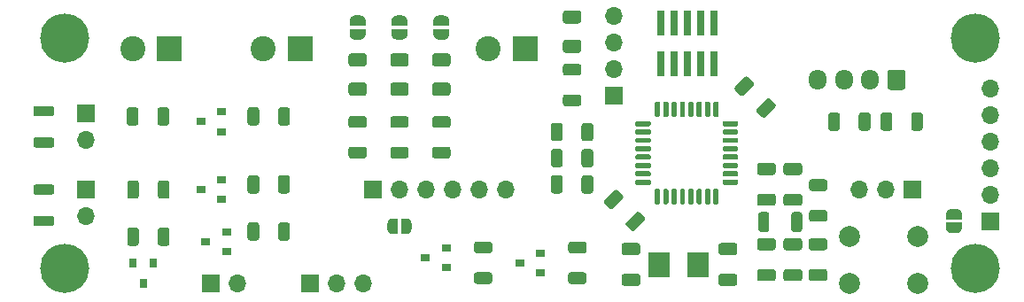
<source format=gbr>
G04 #@! TF.GenerationSoftware,KiCad,Pcbnew,5.1.10-88a1d61d58~90~ubuntu21.04.1*
G04 #@! TF.CreationDate,2021-09-07T11:54:35+02:00*
G04 #@! TF.ProjectId,DccDecoder,44636344-6563-46f6-9465-722e6b696361,rev?*
G04 #@! TF.SameCoordinates,Original*
G04 #@! TF.FileFunction,Soldermask,Top*
G04 #@! TF.FilePolarity,Negative*
%FSLAX46Y46*%
G04 Gerber Fmt 4.6, Leading zero omitted, Abs format (unit mm)*
G04 Created by KiCad (PCBNEW 5.1.10-88a1d61d58~90~ubuntu21.04.1) date 2021-09-07 11:54:35*
%MOMM*%
%LPD*%
G01*
G04 APERTURE LIST*
%ADD10R,0.900000X0.800000*%
%ADD11C,0.100000*%
%ADD12O,1.700000X1.700000*%
%ADD13R,1.700000X1.700000*%
%ADD14R,0.800000X0.900000*%
%ADD15C,4.700000*%
%ADD16R,2.000000X2.400000*%
%ADD17C,2.000000*%
%ADD18R,0.740000X2.400000*%
%ADD19R,2.400000X2.400000*%
%ADD20C,2.400000*%
%ADD21O,1.700000X1.950000*%
G04 APERTURE END LIST*
G36*
G01*
X84905000Y-58046000D02*
X83655000Y-58046000D01*
G75*
G02*
X83530000Y-57921000I0J125000D01*
G01*
X83530000Y-57671000D01*
G75*
G02*
X83655000Y-57546000I125000J0D01*
G01*
X84905000Y-57546000D01*
G75*
G02*
X85030000Y-57671000I0J-125000D01*
G01*
X85030000Y-57921000D01*
G75*
G02*
X84905000Y-58046000I-125000J0D01*
G01*
G37*
G36*
G01*
X84905000Y-57246000D02*
X83655000Y-57246000D01*
G75*
G02*
X83530000Y-57121000I0J125000D01*
G01*
X83530000Y-56871000D01*
G75*
G02*
X83655000Y-56746000I125000J0D01*
G01*
X84905000Y-56746000D01*
G75*
G02*
X85030000Y-56871000I0J-125000D01*
G01*
X85030000Y-57121000D01*
G75*
G02*
X84905000Y-57246000I-125000J0D01*
G01*
G37*
G36*
G01*
X84905000Y-56446000D02*
X83655000Y-56446000D01*
G75*
G02*
X83530000Y-56321000I0J125000D01*
G01*
X83530000Y-56071000D01*
G75*
G02*
X83655000Y-55946000I125000J0D01*
G01*
X84905000Y-55946000D01*
G75*
G02*
X85030000Y-56071000I0J-125000D01*
G01*
X85030000Y-56321000D01*
G75*
G02*
X84905000Y-56446000I-125000J0D01*
G01*
G37*
G36*
G01*
X84905000Y-55646000D02*
X83655000Y-55646000D01*
G75*
G02*
X83530000Y-55521000I0J125000D01*
G01*
X83530000Y-55271000D01*
G75*
G02*
X83655000Y-55146000I125000J0D01*
G01*
X84905000Y-55146000D01*
G75*
G02*
X85030000Y-55271000I0J-125000D01*
G01*
X85030000Y-55521000D01*
G75*
G02*
X84905000Y-55646000I-125000J0D01*
G01*
G37*
G36*
G01*
X84905000Y-54846000D02*
X83655000Y-54846000D01*
G75*
G02*
X83530000Y-54721000I0J125000D01*
G01*
X83530000Y-54471000D01*
G75*
G02*
X83655000Y-54346000I125000J0D01*
G01*
X84905000Y-54346000D01*
G75*
G02*
X85030000Y-54471000I0J-125000D01*
G01*
X85030000Y-54721000D01*
G75*
G02*
X84905000Y-54846000I-125000J0D01*
G01*
G37*
G36*
G01*
X84905000Y-54046000D02*
X83655000Y-54046000D01*
G75*
G02*
X83530000Y-53921000I0J125000D01*
G01*
X83530000Y-53671000D01*
G75*
G02*
X83655000Y-53546000I125000J0D01*
G01*
X84905000Y-53546000D01*
G75*
G02*
X85030000Y-53671000I0J-125000D01*
G01*
X85030000Y-53921000D01*
G75*
G02*
X84905000Y-54046000I-125000J0D01*
G01*
G37*
G36*
G01*
X84905000Y-53246000D02*
X83655000Y-53246000D01*
G75*
G02*
X83530000Y-53121000I0J125000D01*
G01*
X83530000Y-52871000D01*
G75*
G02*
X83655000Y-52746000I125000J0D01*
G01*
X84905000Y-52746000D01*
G75*
G02*
X85030000Y-52871000I0J-125000D01*
G01*
X85030000Y-53121000D01*
G75*
G02*
X84905000Y-53246000I-125000J0D01*
G01*
G37*
G36*
G01*
X84905000Y-52446000D02*
X83655000Y-52446000D01*
G75*
G02*
X83530000Y-52321000I0J125000D01*
G01*
X83530000Y-52071000D01*
G75*
G02*
X83655000Y-51946000I125000J0D01*
G01*
X84905000Y-51946000D01*
G75*
G02*
X85030000Y-52071000I0J-125000D01*
G01*
X85030000Y-52321000D01*
G75*
G02*
X84905000Y-52446000I-125000J0D01*
G01*
G37*
G36*
G01*
X85780000Y-51571000D02*
X85530000Y-51571000D01*
G75*
G02*
X85405000Y-51446000I0J125000D01*
G01*
X85405000Y-50196000D01*
G75*
G02*
X85530000Y-50071000I125000J0D01*
G01*
X85780000Y-50071000D01*
G75*
G02*
X85905000Y-50196000I0J-125000D01*
G01*
X85905000Y-51446000D01*
G75*
G02*
X85780000Y-51571000I-125000J0D01*
G01*
G37*
G36*
G01*
X86580000Y-51571000D02*
X86330000Y-51571000D01*
G75*
G02*
X86205000Y-51446000I0J125000D01*
G01*
X86205000Y-50196000D01*
G75*
G02*
X86330000Y-50071000I125000J0D01*
G01*
X86580000Y-50071000D01*
G75*
G02*
X86705000Y-50196000I0J-125000D01*
G01*
X86705000Y-51446000D01*
G75*
G02*
X86580000Y-51571000I-125000J0D01*
G01*
G37*
G36*
G01*
X87380000Y-51571000D02*
X87130000Y-51571000D01*
G75*
G02*
X87005000Y-51446000I0J125000D01*
G01*
X87005000Y-50196000D01*
G75*
G02*
X87130000Y-50071000I125000J0D01*
G01*
X87380000Y-50071000D01*
G75*
G02*
X87505000Y-50196000I0J-125000D01*
G01*
X87505000Y-51446000D01*
G75*
G02*
X87380000Y-51571000I-125000J0D01*
G01*
G37*
G36*
G01*
X88180000Y-51571000D02*
X87930000Y-51571000D01*
G75*
G02*
X87805000Y-51446000I0J125000D01*
G01*
X87805000Y-50196000D01*
G75*
G02*
X87930000Y-50071000I125000J0D01*
G01*
X88180000Y-50071000D01*
G75*
G02*
X88305000Y-50196000I0J-125000D01*
G01*
X88305000Y-51446000D01*
G75*
G02*
X88180000Y-51571000I-125000J0D01*
G01*
G37*
G36*
G01*
X88980000Y-51571000D02*
X88730000Y-51571000D01*
G75*
G02*
X88605000Y-51446000I0J125000D01*
G01*
X88605000Y-50196000D01*
G75*
G02*
X88730000Y-50071000I125000J0D01*
G01*
X88980000Y-50071000D01*
G75*
G02*
X89105000Y-50196000I0J-125000D01*
G01*
X89105000Y-51446000D01*
G75*
G02*
X88980000Y-51571000I-125000J0D01*
G01*
G37*
G36*
G01*
X89780000Y-51571000D02*
X89530000Y-51571000D01*
G75*
G02*
X89405000Y-51446000I0J125000D01*
G01*
X89405000Y-50196000D01*
G75*
G02*
X89530000Y-50071000I125000J0D01*
G01*
X89780000Y-50071000D01*
G75*
G02*
X89905000Y-50196000I0J-125000D01*
G01*
X89905000Y-51446000D01*
G75*
G02*
X89780000Y-51571000I-125000J0D01*
G01*
G37*
G36*
G01*
X90580000Y-51571000D02*
X90330000Y-51571000D01*
G75*
G02*
X90205000Y-51446000I0J125000D01*
G01*
X90205000Y-50196000D01*
G75*
G02*
X90330000Y-50071000I125000J0D01*
G01*
X90580000Y-50071000D01*
G75*
G02*
X90705000Y-50196000I0J-125000D01*
G01*
X90705000Y-51446000D01*
G75*
G02*
X90580000Y-51571000I-125000J0D01*
G01*
G37*
G36*
G01*
X91380000Y-51571000D02*
X91130000Y-51571000D01*
G75*
G02*
X91005000Y-51446000I0J125000D01*
G01*
X91005000Y-50196000D01*
G75*
G02*
X91130000Y-50071000I125000J0D01*
G01*
X91380000Y-50071000D01*
G75*
G02*
X91505000Y-50196000I0J-125000D01*
G01*
X91505000Y-51446000D01*
G75*
G02*
X91380000Y-51571000I-125000J0D01*
G01*
G37*
G36*
G01*
X93255000Y-52446000D02*
X92005000Y-52446000D01*
G75*
G02*
X91880000Y-52321000I0J125000D01*
G01*
X91880000Y-52071000D01*
G75*
G02*
X92005000Y-51946000I125000J0D01*
G01*
X93255000Y-51946000D01*
G75*
G02*
X93380000Y-52071000I0J-125000D01*
G01*
X93380000Y-52321000D01*
G75*
G02*
X93255000Y-52446000I-125000J0D01*
G01*
G37*
G36*
G01*
X93255000Y-53246000D02*
X92005000Y-53246000D01*
G75*
G02*
X91880000Y-53121000I0J125000D01*
G01*
X91880000Y-52871000D01*
G75*
G02*
X92005000Y-52746000I125000J0D01*
G01*
X93255000Y-52746000D01*
G75*
G02*
X93380000Y-52871000I0J-125000D01*
G01*
X93380000Y-53121000D01*
G75*
G02*
X93255000Y-53246000I-125000J0D01*
G01*
G37*
G36*
G01*
X93255000Y-54046000D02*
X92005000Y-54046000D01*
G75*
G02*
X91880000Y-53921000I0J125000D01*
G01*
X91880000Y-53671000D01*
G75*
G02*
X92005000Y-53546000I125000J0D01*
G01*
X93255000Y-53546000D01*
G75*
G02*
X93380000Y-53671000I0J-125000D01*
G01*
X93380000Y-53921000D01*
G75*
G02*
X93255000Y-54046000I-125000J0D01*
G01*
G37*
G36*
G01*
X93255000Y-54846000D02*
X92005000Y-54846000D01*
G75*
G02*
X91880000Y-54721000I0J125000D01*
G01*
X91880000Y-54471000D01*
G75*
G02*
X92005000Y-54346000I125000J0D01*
G01*
X93255000Y-54346000D01*
G75*
G02*
X93380000Y-54471000I0J-125000D01*
G01*
X93380000Y-54721000D01*
G75*
G02*
X93255000Y-54846000I-125000J0D01*
G01*
G37*
G36*
G01*
X93255000Y-55646000D02*
X92005000Y-55646000D01*
G75*
G02*
X91880000Y-55521000I0J125000D01*
G01*
X91880000Y-55271000D01*
G75*
G02*
X92005000Y-55146000I125000J0D01*
G01*
X93255000Y-55146000D01*
G75*
G02*
X93380000Y-55271000I0J-125000D01*
G01*
X93380000Y-55521000D01*
G75*
G02*
X93255000Y-55646000I-125000J0D01*
G01*
G37*
G36*
G01*
X93255000Y-56446000D02*
X92005000Y-56446000D01*
G75*
G02*
X91880000Y-56321000I0J125000D01*
G01*
X91880000Y-56071000D01*
G75*
G02*
X92005000Y-55946000I125000J0D01*
G01*
X93255000Y-55946000D01*
G75*
G02*
X93380000Y-56071000I0J-125000D01*
G01*
X93380000Y-56321000D01*
G75*
G02*
X93255000Y-56446000I-125000J0D01*
G01*
G37*
G36*
G01*
X93255000Y-57246000D02*
X92005000Y-57246000D01*
G75*
G02*
X91880000Y-57121000I0J125000D01*
G01*
X91880000Y-56871000D01*
G75*
G02*
X92005000Y-56746000I125000J0D01*
G01*
X93255000Y-56746000D01*
G75*
G02*
X93380000Y-56871000I0J-125000D01*
G01*
X93380000Y-57121000D01*
G75*
G02*
X93255000Y-57246000I-125000J0D01*
G01*
G37*
G36*
G01*
X93255000Y-58046000D02*
X92005000Y-58046000D01*
G75*
G02*
X91880000Y-57921000I0J125000D01*
G01*
X91880000Y-57671000D01*
G75*
G02*
X92005000Y-57546000I125000J0D01*
G01*
X93255000Y-57546000D01*
G75*
G02*
X93380000Y-57671000I0J-125000D01*
G01*
X93380000Y-57921000D01*
G75*
G02*
X93255000Y-58046000I-125000J0D01*
G01*
G37*
G36*
G01*
X91380000Y-59921000D02*
X91130000Y-59921000D01*
G75*
G02*
X91005000Y-59796000I0J125000D01*
G01*
X91005000Y-58546000D01*
G75*
G02*
X91130000Y-58421000I125000J0D01*
G01*
X91380000Y-58421000D01*
G75*
G02*
X91505000Y-58546000I0J-125000D01*
G01*
X91505000Y-59796000D01*
G75*
G02*
X91380000Y-59921000I-125000J0D01*
G01*
G37*
G36*
G01*
X90580000Y-59921000D02*
X90330000Y-59921000D01*
G75*
G02*
X90205000Y-59796000I0J125000D01*
G01*
X90205000Y-58546000D01*
G75*
G02*
X90330000Y-58421000I125000J0D01*
G01*
X90580000Y-58421000D01*
G75*
G02*
X90705000Y-58546000I0J-125000D01*
G01*
X90705000Y-59796000D01*
G75*
G02*
X90580000Y-59921000I-125000J0D01*
G01*
G37*
G36*
G01*
X89780000Y-59921000D02*
X89530000Y-59921000D01*
G75*
G02*
X89405000Y-59796000I0J125000D01*
G01*
X89405000Y-58546000D01*
G75*
G02*
X89530000Y-58421000I125000J0D01*
G01*
X89780000Y-58421000D01*
G75*
G02*
X89905000Y-58546000I0J-125000D01*
G01*
X89905000Y-59796000D01*
G75*
G02*
X89780000Y-59921000I-125000J0D01*
G01*
G37*
G36*
G01*
X88980000Y-59921000D02*
X88730000Y-59921000D01*
G75*
G02*
X88605000Y-59796000I0J125000D01*
G01*
X88605000Y-58546000D01*
G75*
G02*
X88730000Y-58421000I125000J0D01*
G01*
X88980000Y-58421000D01*
G75*
G02*
X89105000Y-58546000I0J-125000D01*
G01*
X89105000Y-59796000D01*
G75*
G02*
X88980000Y-59921000I-125000J0D01*
G01*
G37*
G36*
G01*
X88180000Y-59921000D02*
X87930000Y-59921000D01*
G75*
G02*
X87805000Y-59796000I0J125000D01*
G01*
X87805000Y-58546000D01*
G75*
G02*
X87930000Y-58421000I125000J0D01*
G01*
X88180000Y-58421000D01*
G75*
G02*
X88305000Y-58546000I0J-125000D01*
G01*
X88305000Y-59796000D01*
G75*
G02*
X88180000Y-59921000I-125000J0D01*
G01*
G37*
G36*
G01*
X87380000Y-59921000D02*
X87130000Y-59921000D01*
G75*
G02*
X87005000Y-59796000I0J125000D01*
G01*
X87005000Y-58546000D01*
G75*
G02*
X87130000Y-58421000I125000J0D01*
G01*
X87380000Y-58421000D01*
G75*
G02*
X87505000Y-58546000I0J-125000D01*
G01*
X87505000Y-59796000D01*
G75*
G02*
X87380000Y-59921000I-125000J0D01*
G01*
G37*
G36*
G01*
X86580000Y-59921000D02*
X86330000Y-59921000D01*
G75*
G02*
X86205000Y-59796000I0J125000D01*
G01*
X86205000Y-58546000D01*
G75*
G02*
X86330000Y-58421000I125000J0D01*
G01*
X86580000Y-58421000D01*
G75*
G02*
X86705000Y-58546000I0J-125000D01*
G01*
X86705000Y-59796000D01*
G75*
G02*
X86580000Y-59921000I-125000J0D01*
G01*
G37*
G36*
G01*
X85780000Y-59921000D02*
X85530000Y-59921000D01*
G75*
G02*
X85405000Y-59796000I0J125000D01*
G01*
X85405000Y-58546000D01*
G75*
G02*
X85530000Y-58421000I125000J0D01*
G01*
X85780000Y-58421000D01*
G75*
G02*
X85905000Y-58546000I0J-125000D01*
G01*
X85905000Y-59796000D01*
G75*
G02*
X85780000Y-59921000I-125000J0D01*
G01*
G37*
G36*
G01*
X77374999Y-66400000D02*
X78625001Y-66400000D01*
G75*
G02*
X78875000Y-66649999I0J-249999D01*
G01*
X78875000Y-67275001D01*
G75*
G02*
X78625001Y-67525000I-249999J0D01*
G01*
X77374999Y-67525000D01*
G75*
G02*
X77125000Y-67275001I0J249999D01*
G01*
X77125000Y-66649999D01*
G75*
G02*
X77374999Y-66400000I249999J0D01*
G01*
G37*
G36*
G01*
X77374999Y-63475000D02*
X78625001Y-63475000D01*
G75*
G02*
X78875000Y-63724999I0J-249999D01*
G01*
X78875000Y-64350001D01*
G75*
G02*
X78625001Y-64600000I-249999J0D01*
G01*
X77374999Y-64600000D01*
G75*
G02*
X77125000Y-64350001I0J249999D01*
G01*
X77125000Y-63724999D01*
G75*
G02*
X77374999Y-63475000I249999J0D01*
G01*
G37*
G36*
G01*
X69625001Y-64600000D02*
X68374999Y-64600000D01*
G75*
G02*
X68125000Y-64350001I0J249999D01*
G01*
X68125000Y-63724999D01*
G75*
G02*
X68374999Y-63475000I249999J0D01*
G01*
X69625001Y-63475000D01*
G75*
G02*
X69875000Y-63724999I0J-249999D01*
G01*
X69875000Y-64350001D01*
G75*
G02*
X69625001Y-64600000I-249999J0D01*
G01*
G37*
G36*
G01*
X69625001Y-67525000D02*
X68374999Y-67525000D01*
G75*
G02*
X68125000Y-67275001I0J249999D01*
G01*
X68125000Y-66649999D01*
G75*
G02*
X68374999Y-66400000I249999J0D01*
G01*
X69625001Y-66400000D01*
G75*
G02*
X69875000Y-66649999I0J-249999D01*
G01*
X69875000Y-67275001D01*
G75*
G02*
X69625001Y-67525000I-249999J0D01*
G01*
G37*
D10*
X72500000Y-65500000D03*
X74500000Y-64550000D03*
X74500000Y-66450000D03*
X63500000Y-65000000D03*
X65500000Y-64050000D03*
X65500000Y-65950000D03*
D11*
G36*
X60350000Y-62749398D02*
G01*
X60325466Y-62749398D01*
X60276635Y-62744588D01*
X60228510Y-62735016D01*
X60181555Y-62720772D01*
X60136222Y-62701995D01*
X60092949Y-62678864D01*
X60052150Y-62651604D01*
X60014221Y-62620476D01*
X59979524Y-62585779D01*
X59948396Y-62547850D01*
X59921136Y-62507051D01*
X59898005Y-62463778D01*
X59879228Y-62418445D01*
X59864984Y-62371490D01*
X59855412Y-62323365D01*
X59850602Y-62274534D01*
X59850602Y-62250000D01*
X59850000Y-62250000D01*
X59850000Y-61750000D01*
X59850602Y-61750000D01*
X59850602Y-61725466D01*
X59855412Y-61676635D01*
X59864984Y-61628510D01*
X59879228Y-61581555D01*
X59898005Y-61536222D01*
X59921136Y-61492949D01*
X59948396Y-61452150D01*
X59979524Y-61414221D01*
X60014221Y-61379524D01*
X60052150Y-61348396D01*
X60092949Y-61321136D01*
X60136222Y-61298005D01*
X60181555Y-61279228D01*
X60228510Y-61264984D01*
X60276635Y-61255412D01*
X60325466Y-61250602D01*
X60350000Y-61250602D01*
X60350000Y-61250000D01*
X60850000Y-61250000D01*
X60850000Y-62750000D01*
X60350000Y-62750000D01*
X60350000Y-62749398D01*
G37*
G36*
X61150000Y-61250000D02*
G01*
X61650000Y-61250000D01*
X61650000Y-61250602D01*
X61674534Y-61250602D01*
X61723365Y-61255412D01*
X61771490Y-61264984D01*
X61818445Y-61279228D01*
X61863778Y-61298005D01*
X61907051Y-61321136D01*
X61947850Y-61348396D01*
X61985779Y-61379524D01*
X62020476Y-61414221D01*
X62051604Y-61452150D01*
X62078864Y-61492949D01*
X62101995Y-61536222D01*
X62120772Y-61581555D01*
X62135016Y-61628510D01*
X62144588Y-61676635D01*
X62149398Y-61725466D01*
X62149398Y-61750000D01*
X62150000Y-61750000D01*
X62150000Y-62250000D01*
X62149398Y-62250000D01*
X62149398Y-62274534D01*
X62144588Y-62323365D01*
X62135016Y-62371490D01*
X62120772Y-62418445D01*
X62101995Y-62463778D01*
X62078864Y-62507051D01*
X62051604Y-62547850D01*
X62020476Y-62585779D01*
X61985779Y-62620476D01*
X61947850Y-62651604D01*
X61907051Y-62678864D01*
X61863778Y-62701995D01*
X61818445Y-62720772D01*
X61771490Y-62735016D01*
X61723365Y-62744588D01*
X61674534Y-62749398D01*
X61650000Y-62749398D01*
X61650000Y-62750000D01*
X61150000Y-62750000D01*
X61150000Y-61250000D01*
G37*
G36*
G01*
X76874999Y-49400000D02*
X78125001Y-49400000D01*
G75*
G02*
X78375000Y-49649999I0J-249999D01*
G01*
X78375000Y-50275001D01*
G75*
G02*
X78125001Y-50525000I-249999J0D01*
G01*
X76874999Y-50525000D01*
G75*
G02*
X76625000Y-50275001I0J249999D01*
G01*
X76625000Y-49649999D01*
G75*
G02*
X76874999Y-49400000I249999J0D01*
G01*
G37*
G36*
G01*
X76874999Y-46475000D02*
X78125001Y-46475000D01*
G75*
G02*
X78375000Y-46724999I0J-249999D01*
G01*
X78375000Y-47350001D01*
G75*
G02*
X78125001Y-47600000I-249999J0D01*
G01*
X76874999Y-47600000D01*
G75*
G02*
X76625000Y-47350001I0J249999D01*
G01*
X76625000Y-46724999D01*
G75*
G02*
X76874999Y-46475000I249999J0D01*
G01*
G37*
G36*
G01*
X78125000Y-42625000D02*
X76875000Y-42625000D01*
G75*
G02*
X76625000Y-42375000I0J250000D01*
G01*
X76625000Y-41625000D01*
G75*
G02*
X76875000Y-41375000I250000J0D01*
G01*
X78125000Y-41375000D01*
G75*
G02*
X78375000Y-41625000I0J-250000D01*
G01*
X78375000Y-42375000D01*
G75*
G02*
X78125000Y-42625000I-250000J0D01*
G01*
G37*
G36*
G01*
X78125000Y-45425000D02*
X76875000Y-45425000D01*
G75*
G02*
X76625000Y-45175000I0J250000D01*
G01*
X76625000Y-44425000D01*
G75*
G02*
X76875000Y-44175000I250000J0D01*
G01*
X78125000Y-44175000D01*
G75*
G02*
X78375000Y-44425000I0J-250000D01*
G01*
X78375000Y-45175000D01*
G75*
G02*
X78125000Y-45425000I-250000J0D01*
G01*
G37*
G36*
G01*
X78400000Y-53625001D02*
X78400000Y-52374999D01*
G75*
G02*
X78649999Y-52125000I249999J0D01*
G01*
X79275001Y-52125000D01*
G75*
G02*
X79525000Y-52374999I0J-249999D01*
G01*
X79525000Y-53625001D01*
G75*
G02*
X79275001Y-53875000I-249999J0D01*
G01*
X78649999Y-53875000D01*
G75*
G02*
X78400000Y-53625001I0J249999D01*
G01*
G37*
G36*
G01*
X75475000Y-53625001D02*
X75475000Y-52374999D01*
G75*
G02*
X75724999Y-52125000I249999J0D01*
G01*
X76350001Y-52125000D01*
G75*
G02*
X76600000Y-52374999I0J-249999D01*
G01*
X76600000Y-53625001D01*
G75*
G02*
X76350001Y-53875000I-249999J0D01*
G01*
X75724999Y-53875000D01*
G75*
G02*
X75475000Y-53625001I0J249999D01*
G01*
G37*
D12*
X81500000Y-41880000D03*
X81500000Y-44420000D03*
X81500000Y-46960000D03*
D13*
X81500000Y-49500000D03*
G36*
G01*
X78400000Y-56125001D02*
X78400000Y-54874999D01*
G75*
G02*
X78649999Y-54625000I249999J0D01*
G01*
X79275001Y-54625000D01*
G75*
G02*
X79525000Y-54874999I0J-249999D01*
G01*
X79525000Y-56125001D01*
G75*
G02*
X79275001Y-56375000I-249999J0D01*
G01*
X78649999Y-56375000D01*
G75*
G02*
X78400000Y-56125001I0J249999D01*
G01*
G37*
G36*
G01*
X75475000Y-56125001D02*
X75475000Y-54874999D01*
G75*
G02*
X75724999Y-54625000I249999J0D01*
G01*
X76350001Y-54625000D01*
G75*
G02*
X76600000Y-54874999I0J-249999D01*
G01*
X76600000Y-56125001D01*
G75*
G02*
X76350001Y-56375000I-249999J0D01*
G01*
X75724999Y-56375000D01*
G75*
G02*
X75475000Y-56125001I0J249999D01*
G01*
G37*
D14*
X36500000Y-67500000D03*
X35550000Y-65500000D03*
X37450000Y-65500000D03*
G36*
G01*
X47600000Y-61874999D02*
X47600000Y-63125001D01*
G75*
G02*
X47350001Y-63375000I-249999J0D01*
G01*
X46724999Y-63375000D01*
G75*
G02*
X46475000Y-63125001I0J249999D01*
G01*
X46475000Y-61874999D01*
G75*
G02*
X46724999Y-61625000I249999J0D01*
G01*
X47350001Y-61625000D01*
G75*
G02*
X47600000Y-61874999I0J-249999D01*
G01*
G37*
G36*
G01*
X50525000Y-61874999D02*
X50525000Y-63125001D01*
G75*
G02*
X50275001Y-63375000I-249999J0D01*
G01*
X49649999Y-63375000D01*
G75*
G02*
X49400000Y-63125001I0J249999D01*
G01*
X49400000Y-61874999D01*
G75*
G02*
X49649999Y-61625000I249999J0D01*
G01*
X50275001Y-61625000D01*
G75*
G02*
X50525000Y-61874999I0J-249999D01*
G01*
G37*
G36*
G01*
X36100000Y-62374999D02*
X36100000Y-63625001D01*
G75*
G02*
X35850001Y-63875000I-249999J0D01*
G01*
X35224999Y-63875000D01*
G75*
G02*
X34975000Y-63625001I0J249999D01*
G01*
X34975000Y-62374999D01*
G75*
G02*
X35224999Y-62125000I249999J0D01*
G01*
X35850001Y-62125000D01*
G75*
G02*
X36100000Y-62374999I0J-249999D01*
G01*
G37*
G36*
G01*
X39025000Y-62374999D02*
X39025000Y-63625001D01*
G75*
G02*
X38775001Y-63875000I-249999J0D01*
G01*
X38149999Y-63875000D01*
G75*
G02*
X37900000Y-63625001I0J249999D01*
G01*
X37900000Y-62374999D01*
G75*
G02*
X38149999Y-62125000I249999J0D01*
G01*
X38775001Y-62125000D01*
G75*
G02*
X39025000Y-62374999I0J-249999D01*
G01*
G37*
D10*
X42500000Y-63500000D03*
X44500000Y-62550000D03*
X44500000Y-64450000D03*
D12*
X45540000Y-67500000D03*
D13*
X43000000Y-67500000D03*
D12*
X57540000Y-67500000D03*
X55000000Y-67500000D03*
D13*
X52460000Y-67500000D03*
G36*
G01*
X47600000Y-57374999D02*
X47600000Y-58625001D01*
G75*
G02*
X47350001Y-58875000I-249999J0D01*
G01*
X46724999Y-58875000D01*
G75*
G02*
X46475000Y-58625001I0J249999D01*
G01*
X46475000Y-57374999D01*
G75*
G02*
X46724999Y-57125000I249999J0D01*
G01*
X47350001Y-57125000D01*
G75*
G02*
X47600000Y-57374999I0J-249999D01*
G01*
G37*
G36*
G01*
X50525000Y-57374999D02*
X50525000Y-58625001D01*
G75*
G02*
X50275001Y-58875000I-249999J0D01*
G01*
X49649999Y-58875000D01*
G75*
G02*
X49400000Y-58625001I0J249999D01*
G01*
X49400000Y-57374999D01*
G75*
G02*
X49649999Y-57125000I249999J0D01*
G01*
X50275001Y-57125000D01*
G75*
G02*
X50525000Y-57374999I0J-249999D01*
G01*
G37*
G36*
G01*
X37900000Y-59125001D02*
X37900000Y-57874999D01*
G75*
G02*
X38149999Y-57625000I249999J0D01*
G01*
X38775001Y-57625000D01*
G75*
G02*
X39025000Y-57874999I0J-249999D01*
G01*
X39025000Y-59125001D01*
G75*
G02*
X38775001Y-59375000I-249999J0D01*
G01*
X38149999Y-59375000D01*
G75*
G02*
X37900000Y-59125001I0J249999D01*
G01*
G37*
G36*
G01*
X34975000Y-59125001D02*
X34975000Y-57874999D01*
G75*
G02*
X35224999Y-57625000I249999J0D01*
G01*
X35850001Y-57625000D01*
G75*
G02*
X36100000Y-57874999I0J-249999D01*
G01*
X36100000Y-59125001D01*
G75*
G02*
X35850001Y-59375000I-249999J0D01*
G01*
X35224999Y-59375000D01*
G75*
G02*
X34975000Y-59125001I0J249999D01*
G01*
G37*
D10*
X42000000Y-58500000D03*
X44000000Y-57550000D03*
X44000000Y-59450000D03*
D12*
X31000000Y-61040000D03*
D13*
X31000000Y-58500000D03*
G36*
G01*
X27750000Y-62000000D02*
X26250000Y-62000000D01*
G75*
G02*
X26000000Y-61750000I0J250000D01*
G01*
X26000000Y-61250000D01*
G75*
G02*
X26250000Y-61000000I250000J0D01*
G01*
X27750000Y-61000000D01*
G75*
G02*
X28000000Y-61250000I0J-250000D01*
G01*
X28000000Y-61750000D01*
G75*
G02*
X27750000Y-62000000I-250000J0D01*
G01*
G37*
G36*
G01*
X27750000Y-59000000D02*
X26250000Y-59000000D01*
G75*
G02*
X26000000Y-58750000I0J250000D01*
G01*
X26000000Y-58250000D01*
G75*
G02*
X26250000Y-58000000I250000J0D01*
G01*
X27750000Y-58000000D01*
G75*
G02*
X28000000Y-58250000I0J-250000D01*
G01*
X28000000Y-58750000D01*
G75*
G02*
X27750000Y-59000000I-250000J0D01*
G01*
G37*
G36*
G01*
X37862500Y-52125001D02*
X37862500Y-50874999D01*
G75*
G02*
X38112499Y-50625000I249999J0D01*
G01*
X38737501Y-50625000D01*
G75*
G02*
X38987500Y-50874999I0J-249999D01*
G01*
X38987500Y-52125001D01*
G75*
G02*
X38737501Y-52375000I-249999J0D01*
G01*
X38112499Y-52375000D01*
G75*
G02*
X37862500Y-52125001I0J249999D01*
G01*
G37*
G36*
G01*
X34937500Y-52125001D02*
X34937500Y-50874999D01*
G75*
G02*
X35187499Y-50625000I249999J0D01*
G01*
X35812501Y-50625000D01*
G75*
G02*
X36062500Y-50874999I0J-249999D01*
G01*
X36062500Y-52125001D01*
G75*
G02*
X35812501Y-52375000I-249999J0D01*
G01*
X35187499Y-52375000D01*
G75*
G02*
X34937500Y-52125001I0J249999D01*
G01*
G37*
D12*
X30995000Y-53755000D03*
D13*
X30995000Y-51215000D03*
G36*
G01*
X27750000Y-54500000D02*
X26250000Y-54500000D01*
G75*
G02*
X26000000Y-54250000I0J250000D01*
G01*
X26000000Y-53750000D01*
G75*
G02*
X26250000Y-53500000I250000J0D01*
G01*
X27750000Y-53500000D01*
G75*
G02*
X28000000Y-53750000I0J-250000D01*
G01*
X28000000Y-54250000D01*
G75*
G02*
X27750000Y-54500000I-250000J0D01*
G01*
G37*
G36*
G01*
X27750000Y-51500000D02*
X26250000Y-51500000D01*
G75*
G02*
X26000000Y-51250000I0J250000D01*
G01*
X26000000Y-50750000D01*
G75*
G02*
X26250000Y-50500000I250000J0D01*
G01*
X27750000Y-50500000D01*
G75*
G02*
X28000000Y-50750000I0J-250000D01*
G01*
X28000000Y-51250000D01*
G75*
G02*
X27750000Y-51500000I-250000J0D01*
G01*
G37*
G36*
G01*
X47600000Y-50874999D02*
X47600000Y-52125001D01*
G75*
G02*
X47350001Y-52375000I-249999J0D01*
G01*
X46724999Y-52375000D01*
G75*
G02*
X46475000Y-52125001I0J249999D01*
G01*
X46475000Y-50874999D01*
G75*
G02*
X46724999Y-50625000I249999J0D01*
G01*
X47350001Y-50625000D01*
G75*
G02*
X47600000Y-50874999I0J-249999D01*
G01*
G37*
G36*
G01*
X50525000Y-50874999D02*
X50525000Y-52125001D01*
G75*
G02*
X50275001Y-52375000I-249999J0D01*
G01*
X49649999Y-52375000D01*
G75*
G02*
X49400000Y-52125001I0J249999D01*
G01*
X49400000Y-50874999D01*
G75*
G02*
X49649999Y-50625000I249999J0D01*
G01*
X50275001Y-50625000D01*
G75*
G02*
X50525000Y-50874999I0J-249999D01*
G01*
G37*
G36*
G01*
X106025000Y-51374999D02*
X106025000Y-52625001D01*
G75*
G02*
X105775001Y-52875000I-249999J0D01*
G01*
X105149999Y-52875000D01*
G75*
G02*
X104900000Y-52625001I0J249999D01*
G01*
X104900000Y-51374999D01*
G75*
G02*
X105149999Y-51125000I249999J0D01*
G01*
X105775001Y-51125000D01*
G75*
G02*
X106025000Y-51374999I0J-249999D01*
G01*
G37*
G36*
G01*
X103100000Y-51374999D02*
X103100000Y-52625001D01*
G75*
G02*
X102850001Y-52875000I-249999J0D01*
G01*
X102224999Y-52875000D01*
G75*
G02*
X101975000Y-52625001I0J249999D01*
G01*
X101975000Y-51374999D01*
G75*
G02*
X102224999Y-51125000I249999J0D01*
G01*
X102850001Y-51125000D01*
G75*
G02*
X103100000Y-51374999I0J-249999D01*
G01*
G37*
G36*
G01*
X106975000Y-52625001D02*
X106975000Y-51374999D01*
G75*
G02*
X107224999Y-51125000I249999J0D01*
G01*
X107850001Y-51125000D01*
G75*
G02*
X108100000Y-51374999I0J-249999D01*
G01*
X108100000Y-52625001D01*
G75*
G02*
X107850001Y-52875000I-249999J0D01*
G01*
X107224999Y-52875000D01*
G75*
G02*
X106975000Y-52625001I0J249999D01*
G01*
G37*
G36*
G01*
X109900000Y-52625001D02*
X109900000Y-51374999D01*
G75*
G02*
X110149999Y-51125000I249999J0D01*
G01*
X110775001Y-51125000D01*
G75*
G02*
X111025000Y-51374999I0J-249999D01*
G01*
X111025000Y-52625001D01*
G75*
G02*
X110775001Y-52875000I-249999J0D01*
G01*
X110149999Y-52875000D01*
G75*
G02*
X109900000Y-52625001I0J249999D01*
G01*
G37*
D10*
X42000000Y-52000000D03*
X44000000Y-51050000D03*
X44000000Y-52950000D03*
D13*
X110000000Y-58500000D03*
D12*
X107460000Y-58500000D03*
X104920000Y-58500000D03*
D11*
G36*
X113250000Y-61350000D02*
G01*
X113250000Y-60850000D01*
X113250602Y-60850000D01*
X113250602Y-60825466D01*
X113255412Y-60776635D01*
X113264984Y-60728510D01*
X113279228Y-60681555D01*
X113298005Y-60636222D01*
X113321136Y-60592949D01*
X113348396Y-60552150D01*
X113379524Y-60514221D01*
X113414221Y-60479524D01*
X113452150Y-60448396D01*
X113492949Y-60421136D01*
X113536222Y-60398005D01*
X113581555Y-60379228D01*
X113628510Y-60364984D01*
X113676635Y-60355412D01*
X113725466Y-60350602D01*
X113750000Y-60350602D01*
X113750000Y-60350000D01*
X114250000Y-60350000D01*
X114250000Y-60350602D01*
X114274534Y-60350602D01*
X114323365Y-60355412D01*
X114371490Y-60364984D01*
X114418445Y-60379228D01*
X114463778Y-60398005D01*
X114507051Y-60421136D01*
X114547850Y-60448396D01*
X114585779Y-60479524D01*
X114620476Y-60514221D01*
X114651604Y-60552150D01*
X114678864Y-60592949D01*
X114701995Y-60636222D01*
X114720772Y-60681555D01*
X114735016Y-60728510D01*
X114744588Y-60776635D01*
X114749398Y-60825466D01*
X114749398Y-60850000D01*
X114750000Y-60850000D01*
X114750000Y-61350000D01*
X113250000Y-61350000D01*
G37*
G36*
X114749398Y-62150000D02*
G01*
X114749398Y-62174534D01*
X114744588Y-62223365D01*
X114735016Y-62271490D01*
X114720772Y-62318445D01*
X114701995Y-62363778D01*
X114678864Y-62407051D01*
X114651604Y-62447850D01*
X114620476Y-62485779D01*
X114585779Y-62520476D01*
X114547850Y-62551604D01*
X114507051Y-62578864D01*
X114463778Y-62601995D01*
X114418445Y-62620772D01*
X114371490Y-62635016D01*
X114323365Y-62644588D01*
X114274534Y-62649398D01*
X114250000Y-62649398D01*
X114250000Y-62650000D01*
X113750000Y-62650000D01*
X113750000Y-62649398D01*
X113725466Y-62649398D01*
X113676635Y-62644588D01*
X113628510Y-62635016D01*
X113581555Y-62620772D01*
X113536222Y-62601995D01*
X113492949Y-62578864D01*
X113452150Y-62551604D01*
X113414221Y-62520476D01*
X113379524Y-62485779D01*
X113348396Y-62447850D01*
X113321136Y-62407051D01*
X113298005Y-62363778D01*
X113279228Y-62318445D01*
X113264984Y-62271490D01*
X113255412Y-62223365D01*
X113250602Y-62174534D01*
X113250602Y-62150000D01*
X113250000Y-62150000D01*
X113250000Y-61650000D01*
X114750000Y-61650000D01*
X114750000Y-62150000D01*
X114749398Y-62150000D01*
G37*
D12*
X117500000Y-48800000D03*
X117500000Y-51340000D03*
X117500000Y-53880000D03*
X117500000Y-56420000D03*
X117500000Y-58960000D03*
D13*
X117500000Y-61500000D03*
G36*
G01*
X99250001Y-60050000D02*
X97949999Y-60050000D01*
G75*
G02*
X97700000Y-59800001I0J249999D01*
G01*
X97700000Y-59149999D01*
G75*
G02*
X97949999Y-58900000I249999J0D01*
G01*
X99250001Y-58900000D01*
G75*
G02*
X99500000Y-59149999I0J-249999D01*
G01*
X99500000Y-59800001D01*
G75*
G02*
X99250001Y-60050000I-249999J0D01*
G01*
G37*
G36*
G01*
X99250001Y-57100000D02*
X97949999Y-57100000D01*
G75*
G02*
X97700000Y-56850001I0J249999D01*
G01*
X97700000Y-56199999D01*
G75*
G02*
X97949999Y-55950000I249999J0D01*
G01*
X99250001Y-55950000D01*
G75*
G02*
X99500000Y-56199999I0J-249999D01*
G01*
X99500000Y-56850001D01*
G75*
G02*
X99250001Y-57100000I-249999J0D01*
G01*
G37*
G36*
G01*
X100349999Y-63150000D02*
X101650001Y-63150000D01*
G75*
G02*
X101900000Y-63399999I0J-249999D01*
G01*
X101900000Y-64050001D01*
G75*
G02*
X101650001Y-64300000I-249999J0D01*
G01*
X100349999Y-64300000D01*
G75*
G02*
X100100000Y-64050001I0J249999D01*
G01*
X100100000Y-63399999D01*
G75*
G02*
X100349999Y-63150000I249999J0D01*
G01*
G37*
G36*
G01*
X100349999Y-66100000D02*
X101650001Y-66100000D01*
G75*
G02*
X101900000Y-66349999I0J-249999D01*
G01*
X101900000Y-67000001D01*
G75*
G02*
X101650001Y-67250000I-249999J0D01*
G01*
X100349999Y-67250000D01*
G75*
G02*
X100100000Y-67000001I0J249999D01*
G01*
X100100000Y-66349999D01*
G75*
G02*
X100349999Y-66100000I249999J0D01*
G01*
G37*
G36*
G01*
X100402999Y-57512500D02*
X101653001Y-57512500D01*
G75*
G02*
X101903000Y-57762499I0J-249999D01*
G01*
X101903000Y-58387501D01*
G75*
G02*
X101653001Y-58637500I-249999J0D01*
G01*
X100402999Y-58637500D01*
G75*
G02*
X100153000Y-58387501I0J249999D01*
G01*
X100153000Y-57762499D01*
G75*
G02*
X100402999Y-57512500I249999J0D01*
G01*
G37*
G36*
G01*
X100402999Y-60437500D02*
X101653001Y-60437500D01*
G75*
G02*
X101903000Y-60687499I0J-249999D01*
G01*
X101903000Y-61312501D01*
G75*
G02*
X101653001Y-61562500I-249999J0D01*
G01*
X100402999Y-61562500D01*
G75*
G02*
X100153000Y-61312501I0J249999D01*
G01*
X100153000Y-60687499D01*
G75*
G02*
X100402999Y-60437500I249999J0D01*
G01*
G37*
G36*
G01*
X79525000Y-57374999D02*
X79525000Y-58625001D01*
G75*
G02*
X79275001Y-58875000I-249999J0D01*
G01*
X78649999Y-58875000D01*
G75*
G02*
X78400000Y-58625001I0J249999D01*
G01*
X78400000Y-57374999D01*
G75*
G02*
X78649999Y-57125000I249999J0D01*
G01*
X79275001Y-57125000D01*
G75*
G02*
X79525000Y-57374999I0J-249999D01*
G01*
G37*
G36*
G01*
X76600000Y-57374999D02*
X76600000Y-58625001D01*
G75*
G02*
X76350001Y-58875000I-249999J0D01*
G01*
X75724999Y-58875000D01*
G75*
G02*
X75475000Y-58625001I0J249999D01*
G01*
X75475000Y-57374999D01*
G75*
G02*
X75724999Y-57125000I249999J0D01*
G01*
X76350001Y-57125000D01*
G75*
G02*
X76600000Y-57374999I0J-249999D01*
G01*
G37*
G36*
G01*
X95300000Y-62300001D02*
X95300000Y-60899999D01*
G75*
G02*
X95549999Y-60650000I249999J0D01*
G01*
X96100001Y-60650000D01*
G75*
G02*
X96350000Y-60899999I0J-249999D01*
G01*
X96350000Y-62300001D01*
G75*
G02*
X96100001Y-62550000I-249999J0D01*
G01*
X95549999Y-62550000D01*
G75*
G02*
X95300000Y-62300001I0J249999D01*
G01*
G37*
G36*
G01*
X98450000Y-62300001D02*
X98450000Y-60899999D01*
G75*
G02*
X98699999Y-60650000I249999J0D01*
G01*
X99250001Y-60650000D01*
G75*
G02*
X99500000Y-60899999I0J-249999D01*
G01*
X99500000Y-62300001D01*
G75*
G02*
X99250001Y-62550000I-249999J0D01*
G01*
X98699999Y-62550000D01*
G75*
G02*
X98450000Y-62300001I0J249999D01*
G01*
G37*
G36*
G01*
X95424999Y-63150000D02*
X96725001Y-63150000D01*
G75*
G02*
X96975000Y-63399999I0J-249999D01*
G01*
X96975000Y-64050001D01*
G75*
G02*
X96725001Y-64300000I-249999J0D01*
G01*
X95424999Y-64300000D01*
G75*
G02*
X95175000Y-64050001I0J249999D01*
G01*
X95175000Y-63399999D01*
G75*
G02*
X95424999Y-63150000I249999J0D01*
G01*
G37*
G36*
G01*
X95424999Y-66100000D02*
X96725001Y-66100000D01*
G75*
G02*
X96975000Y-66349999I0J-249999D01*
G01*
X96975000Y-67000001D01*
G75*
G02*
X96725001Y-67250000I-249999J0D01*
G01*
X95424999Y-67250000D01*
G75*
G02*
X95175000Y-67000001I0J249999D01*
G01*
X95175000Y-66349999D01*
G75*
G02*
X95424999Y-66100000I249999J0D01*
G01*
G37*
G36*
G01*
X97949999Y-63150000D02*
X99250001Y-63150000D01*
G75*
G02*
X99500000Y-63399999I0J-249999D01*
G01*
X99500000Y-64050001D01*
G75*
G02*
X99250001Y-64300000I-249999J0D01*
G01*
X97949999Y-64300000D01*
G75*
G02*
X97700000Y-64050001I0J249999D01*
G01*
X97700000Y-63399999D01*
G75*
G02*
X97949999Y-63150000I249999J0D01*
G01*
G37*
G36*
G01*
X97949999Y-66100000D02*
X99250001Y-66100000D01*
G75*
G02*
X99500000Y-66349999I0J-249999D01*
G01*
X99500000Y-67000001D01*
G75*
G02*
X99250001Y-67250000I-249999J0D01*
G01*
X97949999Y-67250000D01*
G75*
G02*
X97700000Y-67000001I0J249999D01*
G01*
X97700000Y-66349999D01*
G75*
G02*
X97949999Y-66100000I249999J0D01*
G01*
G37*
G36*
G01*
X96725001Y-60050000D02*
X95424999Y-60050000D01*
G75*
G02*
X95175000Y-59800001I0J249999D01*
G01*
X95175000Y-59149999D01*
G75*
G02*
X95424999Y-58900000I249999J0D01*
G01*
X96725001Y-58900000D01*
G75*
G02*
X96975000Y-59149999I0J-249999D01*
G01*
X96975000Y-59800001D01*
G75*
G02*
X96725001Y-60050000I-249999J0D01*
G01*
G37*
G36*
G01*
X96725001Y-57100000D02*
X95424999Y-57100000D01*
G75*
G02*
X95175000Y-56850001I0J249999D01*
G01*
X95175000Y-56199999D01*
G75*
G02*
X95424999Y-55950000I249999J0D01*
G01*
X96725001Y-55950000D01*
G75*
G02*
X96975000Y-56199999I0J-249999D01*
G01*
X96975000Y-56850001D01*
G75*
G02*
X96725001Y-57100000I-249999J0D01*
G01*
G37*
G36*
G01*
X91741999Y-63606000D02*
X93042001Y-63606000D01*
G75*
G02*
X93292000Y-63855999I0J-249999D01*
G01*
X93292000Y-64506001D01*
G75*
G02*
X93042001Y-64756000I-249999J0D01*
G01*
X91741999Y-64756000D01*
G75*
G02*
X91492000Y-64506001I0J249999D01*
G01*
X91492000Y-63855999D01*
G75*
G02*
X91741999Y-63606000I249999J0D01*
G01*
G37*
G36*
G01*
X91741999Y-66556000D02*
X93042001Y-66556000D01*
G75*
G02*
X93292000Y-66805999I0J-249999D01*
G01*
X93292000Y-67456001D01*
G75*
G02*
X93042001Y-67706000I-249999J0D01*
G01*
X91741999Y-67706000D01*
G75*
G02*
X91492000Y-67456001I0J249999D01*
G01*
X91492000Y-66805999D01*
G75*
G02*
X91741999Y-66556000I249999J0D01*
G01*
G37*
G36*
G01*
X83771001Y-67706000D02*
X82470999Y-67706000D01*
G75*
G02*
X82221000Y-67456001I0J249999D01*
G01*
X82221000Y-66805999D01*
G75*
G02*
X82470999Y-66556000I249999J0D01*
G01*
X83771001Y-66556000D01*
G75*
G02*
X84021000Y-66805999I0J-249999D01*
G01*
X84021000Y-67456001D01*
G75*
G02*
X83771001Y-67706000I-249999J0D01*
G01*
G37*
G36*
G01*
X83771001Y-64756000D02*
X82470999Y-64756000D01*
G75*
G02*
X82221000Y-64506001I0J249999D01*
G01*
X82221000Y-63855999D01*
G75*
G02*
X82470999Y-63606000I249999J0D01*
G01*
X83771001Y-63606000D01*
G75*
G02*
X84021000Y-63855999I0J-249999D01*
G01*
X84021000Y-64506001D01*
G75*
G02*
X83771001Y-64756000I-249999J0D01*
G01*
G37*
G36*
G01*
X96909190Y-50651949D02*
X95989949Y-51571190D01*
G75*
G02*
X95636397Y-51571190I-176776J176776D01*
G01*
X95176776Y-51111569D01*
G75*
G02*
X95176776Y-50758017I176776J176776D01*
G01*
X96096017Y-49838776D01*
G75*
G02*
X96449569Y-49838776I176776J-176776D01*
G01*
X96909190Y-50298397D01*
G75*
G02*
X96909190Y-50651949I-176776J-176776D01*
G01*
G37*
G36*
G01*
X94823224Y-48565983D02*
X93903983Y-49485224D01*
G75*
G02*
X93550431Y-49485224I-176776J176776D01*
G01*
X93090810Y-49025603D01*
G75*
G02*
X93090810Y-48672051I176776J176776D01*
G01*
X94010051Y-47752810D01*
G75*
G02*
X94363603Y-47752810I176776J-176776D01*
G01*
X94823224Y-48212431D01*
G75*
G02*
X94823224Y-48565983I-176776J-176776D01*
G01*
G37*
G36*
G01*
X80590810Y-59510051D02*
X81510051Y-58590810D01*
G75*
G02*
X81863603Y-58590810I176776J-176776D01*
G01*
X82323224Y-59050431D01*
G75*
G02*
X82323224Y-59403983I-176776J-176776D01*
G01*
X81403983Y-60323224D01*
G75*
G02*
X81050431Y-60323224I-176776J176776D01*
G01*
X80590810Y-59863603D01*
G75*
G02*
X80590810Y-59510051I176776J176776D01*
G01*
G37*
G36*
G01*
X82676776Y-61596017D02*
X83596017Y-60676776D01*
G75*
G02*
X83949569Y-60676776I176776J-176776D01*
G01*
X84409190Y-61136397D01*
G75*
G02*
X84409190Y-61489949I-176776J-176776D01*
G01*
X83489949Y-62409190D01*
G75*
G02*
X83136397Y-62409190I-176776J176776D01*
G01*
X82676776Y-61949569D01*
G75*
G02*
X82676776Y-61596017I176776J176776D01*
G01*
G37*
X58500000Y-58500000D03*
D12*
X61040000Y-58500000D03*
X63580000Y-58500000D03*
X66120000Y-58500000D03*
X68660000Y-58500000D03*
X71200000Y-58500000D03*
D15*
X116000000Y-66000000D03*
X29000000Y-66000000D03*
X29000000Y-44000000D03*
X116000000Y-44000000D03*
D16*
X85843000Y-65656000D03*
X89543000Y-65656000D03*
D17*
X104000000Y-67500000D03*
X104000000Y-63000000D03*
X110500000Y-67500000D03*
X110500000Y-63000000D03*
D18*
X85960000Y-46450000D03*
X85960000Y-42550000D03*
X87230000Y-46450000D03*
X87230000Y-42550000D03*
X88500000Y-46450000D03*
X88500000Y-42550000D03*
X89770000Y-46450000D03*
X89770000Y-42550000D03*
X91040000Y-46450000D03*
X91040000Y-42550000D03*
G36*
G01*
X57625000Y-49525000D02*
X56375000Y-49525000D01*
G75*
G02*
X56125000Y-49275000I0J250000D01*
G01*
X56125000Y-48525000D01*
G75*
G02*
X56375000Y-48275000I250000J0D01*
G01*
X57625000Y-48275000D01*
G75*
G02*
X57875000Y-48525000I0J-250000D01*
G01*
X57875000Y-49275000D01*
G75*
G02*
X57625000Y-49525000I-250000J0D01*
G01*
G37*
G36*
G01*
X57625000Y-46725000D02*
X56375000Y-46725000D01*
G75*
G02*
X56125000Y-46475000I0J250000D01*
G01*
X56125000Y-45725000D01*
G75*
G02*
X56375000Y-45475000I250000J0D01*
G01*
X57625000Y-45475000D01*
G75*
G02*
X57875000Y-45725000I0J-250000D01*
G01*
X57875000Y-46475000D01*
G75*
G02*
X57625000Y-46725000I-250000J0D01*
G01*
G37*
D19*
X39000000Y-45000000D03*
D20*
X35500000Y-45000000D03*
D19*
X73000000Y-45000000D03*
D20*
X69500000Y-45000000D03*
D19*
X51500000Y-45000000D03*
D20*
X48000000Y-45000000D03*
D21*
X101000000Y-48000000D03*
X103500000Y-48000000D03*
X106000000Y-48000000D03*
G36*
G01*
X109350000Y-47275000D02*
X109350000Y-48725000D01*
G75*
G02*
X109100000Y-48975000I-250000J0D01*
G01*
X107900000Y-48975000D01*
G75*
G02*
X107650000Y-48725000I0J250000D01*
G01*
X107650000Y-47275000D01*
G75*
G02*
X107900000Y-47025000I250000J0D01*
G01*
X109100000Y-47025000D01*
G75*
G02*
X109350000Y-47275000I0J-250000D01*
G01*
G37*
G36*
G01*
X64374998Y-51475000D02*
X65625002Y-51475000D01*
G75*
G02*
X65875000Y-51724998I0J-249998D01*
G01*
X65875000Y-52350002D01*
G75*
G02*
X65625002Y-52600000I-249998J0D01*
G01*
X64374998Y-52600000D01*
G75*
G02*
X64125000Y-52350002I0J249998D01*
G01*
X64125000Y-51724998D01*
G75*
G02*
X64374998Y-51475000I249998J0D01*
G01*
G37*
G36*
G01*
X64374998Y-54400000D02*
X65625002Y-54400000D01*
G75*
G02*
X65875000Y-54649998I0J-249998D01*
G01*
X65875000Y-55275002D01*
G75*
G02*
X65625002Y-55525000I-249998J0D01*
G01*
X64374998Y-55525000D01*
G75*
G02*
X64125000Y-55275002I0J249998D01*
G01*
X64125000Y-54649998D01*
G75*
G02*
X64374998Y-54400000I249998J0D01*
G01*
G37*
G36*
G01*
X60374998Y-51475000D02*
X61625002Y-51475000D01*
G75*
G02*
X61875000Y-51724998I0J-249998D01*
G01*
X61875000Y-52350002D01*
G75*
G02*
X61625002Y-52600000I-249998J0D01*
G01*
X60374998Y-52600000D01*
G75*
G02*
X60125000Y-52350002I0J249998D01*
G01*
X60125000Y-51724998D01*
G75*
G02*
X60374998Y-51475000I249998J0D01*
G01*
G37*
G36*
G01*
X60374998Y-54400000D02*
X61625002Y-54400000D01*
G75*
G02*
X61875000Y-54649998I0J-249998D01*
G01*
X61875000Y-55275002D01*
G75*
G02*
X61625002Y-55525000I-249998J0D01*
G01*
X60374998Y-55525000D01*
G75*
G02*
X60125000Y-55275002I0J249998D01*
G01*
X60125000Y-54649998D01*
G75*
G02*
X60374998Y-54400000I249998J0D01*
G01*
G37*
G36*
G01*
X56374998Y-51475000D02*
X57625002Y-51475000D01*
G75*
G02*
X57875000Y-51724998I0J-249998D01*
G01*
X57875000Y-52350002D01*
G75*
G02*
X57625002Y-52600000I-249998J0D01*
G01*
X56374998Y-52600000D01*
G75*
G02*
X56125000Y-52350002I0J249998D01*
G01*
X56125000Y-51724998D01*
G75*
G02*
X56374998Y-51475000I249998J0D01*
G01*
G37*
G36*
G01*
X56374998Y-54400000D02*
X57625002Y-54400000D01*
G75*
G02*
X57875000Y-54649998I0J-249998D01*
G01*
X57875000Y-55275002D01*
G75*
G02*
X57625002Y-55525000I-249998J0D01*
G01*
X56374998Y-55525000D01*
G75*
G02*
X56125000Y-55275002I0J249998D01*
G01*
X56125000Y-54649998D01*
G75*
G02*
X56374998Y-54400000I249998J0D01*
G01*
G37*
D11*
G36*
X60250602Y-42350000D02*
G01*
X60250602Y-42325466D01*
X60255412Y-42276635D01*
X60264984Y-42228510D01*
X60279228Y-42181555D01*
X60298005Y-42136222D01*
X60321136Y-42092949D01*
X60348396Y-42052150D01*
X60379524Y-42014221D01*
X60414221Y-41979524D01*
X60452150Y-41948396D01*
X60492949Y-41921136D01*
X60536222Y-41898005D01*
X60581555Y-41879228D01*
X60628510Y-41864984D01*
X60676635Y-41855412D01*
X60725466Y-41850602D01*
X60750000Y-41850602D01*
X60750000Y-41850000D01*
X61250000Y-41850000D01*
X61250000Y-41850602D01*
X61274534Y-41850602D01*
X61323365Y-41855412D01*
X61371490Y-41864984D01*
X61418445Y-41879228D01*
X61463778Y-41898005D01*
X61507051Y-41921136D01*
X61547850Y-41948396D01*
X61585779Y-41979524D01*
X61620476Y-42014221D01*
X61651604Y-42052150D01*
X61678864Y-42092949D01*
X61701995Y-42136222D01*
X61720772Y-42181555D01*
X61735016Y-42228510D01*
X61744588Y-42276635D01*
X61749398Y-42325466D01*
X61749398Y-42350000D01*
X61750000Y-42350000D01*
X61750000Y-42850000D01*
X60250000Y-42850000D01*
X60250000Y-42350000D01*
X60250602Y-42350000D01*
G37*
G36*
X61750000Y-43150000D02*
G01*
X61750000Y-43650000D01*
X61749398Y-43650000D01*
X61749398Y-43674534D01*
X61744588Y-43723365D01*
X61735016Y-43771490D01*
X61720772Y-43818445D01*
X61701995Y-43863778D01*
X61678864Y-43907051D01*
X61651604Y-43947850D01*
X61620476Y-43985779D01*
X61585779Y-44020476D01*
X61547850Y-44051604D01*
X61507051Y-44078864D01*
X61463778Y-44101995D01*
X61418445Y-44120772D01*
X61371490Y-44135016D01*
X61323365Y-44144588D01*
X61274534Y-44149398D01*
X61250000Y-44149398D01*
X61250000Y-44150000D01*
X60750000Y-44150000D01*
X60750000Y-44149398D01*
X60725466Y-44149398D01*
X60676635Y-44144588D01*
X60628510Y-44135016D01*
X60581555Y-44120772D01*
X60536222Y-44101995D01*
X60492949Y-44078864D01*
X60452150Y-44051604D01*
X60414221Y-44020476D01*
X60379524Y-43985779D01*
X60348396Y-43947850D01*
X60321136Y-43907051D01*
X60298005Y-43863778D01*
X60279228Y-43818445D01*
X60264984Y-43771490D01*
X60255412Y-43723365D01*
X60250602Y-43674534D01*
X60250602Y-43650000D01*
X60250000Y-43650000D01*
X60250000Y-43150000D01*
X61750000Y-43150000D01*
G37*
G36*
X56250602Y-42350000D02*
G01*
X56250602Y-42325466D01*
X56255412Y-42276635D01*
X56264984Y-42228510D01*
X56279228Y-42181555D01*
X56298005Y-42136222D01*
X56321136Y-42092949D01*
X56348396Y-42052150D01*
X56379524Y-42014221D01*
X56414221Y-41979524D01*
X56452150Y-41948396D01*
X56492949Y-41921136D01*
X56536222Y-41898005D01*
X56581555Y-41879228D01*
X56628510Y-41864984D01*
X56676635Y-41855412D01*
X56725466Y-41850602D01*
X56750000Y-41850602D01*
X56750000Y-41850000D01*
X57250000Y-41850000D01*
X57250000Y-41850602D01*
X57274534Y-41850602D01*
X57323365Y-41855412D01*
X57371490Y-41864984D01*
X57418445Y-41879228D01*
X57463778Y-41898005D01*
X57507051Y-41921136D01*
X57547850Y-41948396D01*
X57585779Y-41979524D01*
X57620476Y-42014221D01*
X57651604Y-42052150D01*
X57678864Y-42092949D01*
X57701995Y-42136222D01*
X57720772Y-42181555D01*
X57735016Y-42228510D01*
X57744588Y-42276635D01*
X57749398Y-42325466D01*
X57749398Y-42350000D01*
X57750000Y-42350000D01*
X57750000Y-42850000D01*
X56250000Y-42850000D01*
X56250000Y-42350000D01*
X56250602Y-42350000D01*
G37*
G36*
X57750000Y-43150000D02*
G01*
X57750000Y-43650000D01*
X57749398Y-43650000D01*
X57749398Y-43674534D01*
X57744588Y-43723365D01*
X57735016Y-43771490D01*
X57720772Y-43818445D01*
X57701995Y-43863778D01*
X57678864Y-43907051D01*
X57651604Y-43947850D01*
X57620476Y-43985779D01*
X57585779Y-44020476D01*
X57547850Y-44051604D01*
X57507051Y-44078864D01*
X57463778Y-44101995D01*
X57418445Y-44120772D01*
X57371490Y-44135016D01*
X57323365Y-44144588D01*
X57274534Y-44149398D01*
X57250000Y-44149398D01*
X57250000Y-44150000D01*
X56750000Y-44150000D01*
X56750000Y-44149398D01*
X56725466Y-44149398D01*
X56676635Y-44144588D01*
X56628510Y-44135016D01*
X56581555Y-44120772D01*
X56536222Y-44101995D01*
X56492949Y-44078864D01*
X56452150Y-44051604D01*
X56414221Y-44020476D01*
X56379524Y-43985779D01*
X56348396Y-43947850D01*
X56321136Y-43907051D01*
X56298005Y-43863778D01*
X56279228Y-43818445D01*
X56264984Y-43771490D01*
X56255412Y-43723365D01*
X56250602Y-43674534D01*
X56250602Y-43650000D01*
X56250000Y-43650000D01*
X56250000Y-43150000D01*
X57750000Y-43150000D01*
G37*
G36*
X64250602Y-42350000D02*
G01*
X64250602Y-42325466D01*
X64255412Y-42276635D01*
X64264984Y-42228510D01*
X64279228Y-42181555D01*
X64298005Y-42136222D01*
X64321136Y-42092949D01*
X64348396Y-42052150D01*
X64379524Y-42014221D01*
X64414221Y-41979524D01*
X64452150Y-41948396D01*
X64492949Y-41921136D01*
X64536222Y-41898005D01*
X64581555Y-41879228D01*
X64628510Y-41864984D01*
X64676635Y-41855412D01*
X64725466Y-41850602D01*
X64750000Y-41850602D01*
X64750000Y-41850000D01*
X65250000Y-41850000D01*
X65250000Y-41850602D01*
X65274534Y-41850602D01*
X65323365Y-41855412D01*
X65371490Y-41864984D01*
X65418445Y-41879228D01*
X65463778Y-41898005D01*
X65507051Y-41921136D01*
X65547850Y-41948396D01*
X65585779Y-41979524D01*
X65620476Y-42014221D01*
X65651604Y-42052150D01*
X65678864Y-42092949D01*
X65701995Y-42136222D01*
X65720772Y-42181555D01*
X65735016Y-42228510D01*
X65744588Y-42276635D01*
X65749398Y-42325466D01*
X65749398Y-42350000D01*
X65750000Y-42350000D01*
X65750000Y-42850000D01*
X64250000Y-42850000D01*
X64250000Y-42350000D01*
X64250602Y-42350000D01*
G37*
G36*
X65750000Y-43150000D02*
G01*
X65750000Y-43650000D01*
X65749398Y-43650000D01*
X65749398Y-43674534D01*
X65744588Y-43723365D01*
X65735016Y-43771490D01*
X65720772Y-43818445D01*
X65701995Y-43863778D01*
X65678864Y-43907051D01*
X65651604Y-43947850D01*
X65620476Y-43985779D01*
X65585779Y-44020476D01*
X65547850Y-44051604D01*
X65507051Y-44078864D01*
X65463778Y-44101995D01*
X65418445Y-44120772D01*
X65371490Y-44135016D01*
X65323365Y-44144588D01*
X65274534Y-44149398D01*
X65250000Y-44149398D01*
X65250000Y-44150000D01*
X64750000Y-44150000D01*
X64750000Y-44149398D01*
X64725466Y-44149398D01*
X64676635Y-44144588D01*
X64628510Y-44135016D01*
X64581555Y-44120772D01*
X64536222Y-44101995D01*
X64492949Y-44078864D01*
X64452150Y-44051604D01*
X64414221Y-44020476D01*
X64379524Y-43985779D01*
X64348396Y-43947850D01*
X64321136Y-43907051D01*
X64298005Y-43863778D01*
X64279228Y-43818445D01*
X64264984Y-43771490D01*
X64255412Y-43723365D01*
X64250602Y-43674534D01*
X64250602Y-43650000D01*
X64250000Y-43650000D01*
X64250000Y-43150000D01*
X65750000Y-43150000D01*
G37*
G36*
G01*
X65625000Y-49525000D02*
X64375000Y-49525000D01*
G75*
G02*
X64125000Y-49275000I0J250000D01*
G01*
X64125000Y-48525000D01*
G75*
G02*
X64375000Y-48275000I250000J0D01*
G01*
X65625000Y-48275000D01*
G75*
G02*
X65875000Y-48525000I0J-250000D01*
G01*
X65875000Y-49275000D01*
G75*
G02*
X65625000Y-49525000I-250000J0D01*
G01*
G37*
G36*
G01*
X65625000Y-46725000D02*
X64375000Y-46725000D01*
G75*
G02*
X64125000Y-46475000I0J250000D01*
G01*
X64125000Y-45725000D01*
G75*
G02*
X64375000Y-45475000I250000J0D01*
G01*
X65625000Y-45475000D01*
G75*
G02*
X65875000Y-45725000I0J-250000D01*
G01*
X65875000Y-46475000D01*
G75*
G02*
X65625000Y-46725000I-250000J0D01*
G01*
G37*
G36*
G01*
X61625000Y-49525000D02*
X60375000Y-49525000D01*
G75*
G02*
X60125000Y-49275000I0J250000D01*
G01*
X60125000Y-48525000D01*
G75*
G02*
X60375000Y-48275000I250000J0D01*
G01*
X61625000Y-48275000D01*
G75*
G02*
X61875000Y-48525000I0J-250000D01*
G01*
X61875000Y-49275000D01*
G75*
G02*
X61625000Y-49525000I-250000J0D01*
G01*
G37*
G36*
G01*
X61625000Y-46725000D02*
X60375000Y-46725000D01*
G75*
G02*
X60125000Y-46475000I0J250000D01*
G01*
X60125000Y-45725000D01*
G75*
G02*
X60375000Y-45475000I250000J0D01*
G01*
X61625000Y-45475000D01*
G75*
G02*
X61875000Y-45725000I0J-250000D01*
G01*
X61875000Y-46475000D01*
G75*
G02*
X61625000Y-46725000I-250000J0D01*
G01*
G37*
M02*

</source>
